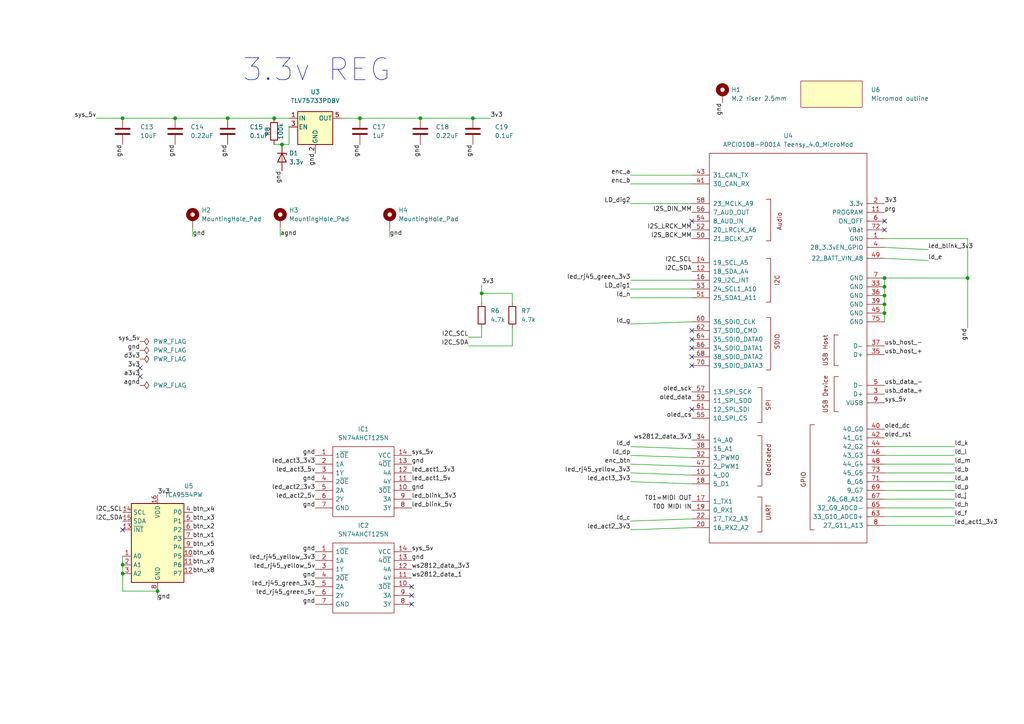
<source format=kicad_sch>
(kicad_sch (version 20211123) (generator eeschema)
  (paper "A4")
  (junction (at -33.02 82.55))
  (junction (at -76.2 153.67))
  (junction (at -30.48 25.4))
  (junction (at 81.788 41.91))
  (junction (at -21.59 90.17))
  (junction (at 104.394 34.29))
  (junction (at -30.48 57.15))
  (junction (at 79.502 34.29))
  (junction (at 139.7 85.09))
  (junction (at 121.92 34.29))
  (junction (at -100.33 25.4))
  (junction (at 35.56 34.29))
  (junction (at 256.54 88.265))
  (junction (at -48.26 25.4))
  (junction (at -86.36 74.93))
  (junction (at -21.59 82.55))
  (junction (at 50.8 34.29))
  (junction (at -93.98 25.4))
  (junction (at 256.54 85.725))
  (junction (at -33.02 74.93))
  (junction (at 35.56 166.37))
  (junction (at 256.54 90.805))
  (junction (at 280.67 80.645))
  (junction (at 137.16 34.29))
  (junction (at -69.85 161.29))
  (junction (at -109.22 156.21))
  (junction (at -109.22 163.83))
  (junction (at -86.36 69.85))
  (junction (at 256.54 83.185))
  (junction (at -25.4 25.4))
  (junction (at -36.83 54.61))
  (junction (at 45.72 171.45))
  (junction (at 35.56 163.83))
  (junction (at 66.04 34.29))
  (junction (at 256.54 80.645))
  (no_connect (at 256.54 64.135))
  (no_connect (at 256.54 66.675))
  (no_connect (at 200.66 64.135))
  (no_connect (at 119.38 170.18))
  (no_connect (at 200.66 106.045))
  (no_connect (at 200.66 103.505))
  (no_connect (at -81.28 156.21))
  (no_connect (at 200.66 100.965))
  (no_connect (at 119.38 172.72))
  (no_connect (at 200.66 95.885))
  (no_connect (at 200.66 118.745))
  (no_connect (at -77.47 62.23))
  (no_connect (at 40.64 106.68))
  (no_connect (at 119.38 175.26))
  (no_connect (at 200.66 98.425))
  (no_connect (at 40.64 109.22))
  (no_connect (at 35.56 153.67))
  (wire (pts (xy 121.92 34.29) (xy 104.394 34.29)))
  (wire (pts (xy -48.26 91.44) (xy -48.26 85.09)))
  (wire (pts (xy -48.26 25.4) (xy -48.26 27.94)))
  (wire (pts (xy 229.87 247.65) (xy 233.68 247.65)))
  (wire (pts (xy 182.88 59.055) (xy 200.66 59.055)))
  (wire (pts (xy -109.22 163.83) (xy -98.425 163.83)))
  (wire (pts (xy -30.48 57.15) (xy -30.48 59.69)))
  (wire (pts (xy 182.88 50.8) (xy 200.66 50.8)))
  (wire (pts (xy 229.87 234.95) (xy 233.68 234.95)))
  (wire (pts (xy -81.28 163.83) (xy -78.74 163.83)))
  (wire (pts (xy -33.02 90.17) (xy -21.59 90.17)))
  (wire (pts (xy 79.502 34.29) (xy 83.82 34.29)))
  (wire (pts (xy -81.28 161.29) (xy -69.85 161.29)))
  (wire (pts (xy 35.56 171.45) (xy 45.72 171.45)))
  (wire (pts (xy 276.86 144.78) (xy 256.54 144.78)))
  (wire (pts (xy 182.88 53.34) (xy 200.66 53.34)))
  (wire (pts (xy 229.87 242.57) (xy 233.68 242.57)))
  (wire (pts (xy 35.56 163.83) (xy 35.56 166.37)))
  (wire (pts (xy 81.28 68.58) (xy 81.28 66.04)))
  (wire (pts (xy -67.31 91.44) (xy -48.26 91.44)))
  (wire (pts (xy 256.54 85.725) (xy 256.54 88.265)))
  (wire (pts (xy 229.87 245.11) (xy 233.68 245.11)))
  (wire (pts (xy 182.88 137.16) (xy 200.66 137.795)))
  (wire (pts (xy 276.86 137.16) (xy 256.54 137.16)))
  (wire (pts (xy 113.03 68.58) (xy 113.03 66.04)))
  (wire (pts (xy -21.59 82.55) (xy -33.02 82.55)))
  (wire (pts (xy -109.22 156.21) (xy -96.52 156.21)))
  (wire (pts (xy 256.54 80.645) (xy 280.67 80.645)))
  (wire (pts (xy -52.07 69.85) (xy -48.26 69.85)))
  (wire (pts (xy 182.88 83.82) (xy 200.66 83.82)))
  (wire (pts (xy -36.83 54.61) (xy -36.83 59.69)))
  (wire (pts (xy -69.85 161.29) (xy -67.945 161.29)))
  (wire (pts (xy -98.425 163.83) (xy -98.425 161.29)))
  (wire (pts (xy -52.07 74.93) (xy -33.02 74.93)))
  (wire (pts (xy 276.86 152.4) (xy 256.54 152.4)))
  (wire (pts (xy -76.2 153.67) (xy -67.31 153.67)))
  (wire (pts (xy 50.8 34.29) (xy 66.04 34.29)))
  (wire (pts (xy -81.28 153.67) (xy -76.2 153.67)))
  (wire (pts (xy 294.64 232.41) (xy 317.5 232.41)))
  (wire (pts (xy 182.88 86.36) (xy 200.66 86.36)))
  (wire (pts (xy 302.26 247.65) (xy 294.64 247.65)))
  (wire (pts (xy -33.02 25.4) (xy -30.48 25.4)))
  (wire (pts (xy 104.394 34.29) (xy 99.06 34.29)))
  (wire (pts (xy 229.87 237.49) (xy 233.68 237.49)))
  (wire (pts (xy 137.16 34.29) (xy 121.92 34.29)))
  (wire (pts (xy 148.59 85.09) (xy 139.7 85.09)))
  (wire (pts (xy 182.88 129.54) (xy 200.66 130.175)))
  (wire (pts (xy 276.86 139.7) (xy 256.54 139.7)))
  (wire (pts (xy 148.59 100.33) (xy 148.59 95.25)))
  (wire (pts (xy -44.45 54.61) (xy -36.83 54.61)))
  (wire (pts (xy -36.83 54.61) (xy -36.83 52.07)))
  (wire (pts (xy -100.33 25.4) (xy -93.98 25.4)))
  (wire (pts (xy -83.82 54.61) (xy -77.47 54.61)))
  (wire (pts (xy -86.36 67.31) (xy -77.47 67.31)))
  (wire (pts (xy 276.86 132.08) (xy 256.54 132.08)))
  (wire (pts (xy 276.86 147.32) (xy 256.54 147.32)))
  (wire (pts (xy -86.36 74.93) (xy -77.47 74.93)))
  (wire (pts (xy -86.36 69.85) (xy -86.36 74.93)))
  (wire (pts (xy 276.86 129.54) (xy 256.54 129.54)))
  (wire (pts (xy 83.82 41.91) (xy 81.788 41.91)))
  (wire (pts (xy 148.59 87.63) (xy 148.59 85.09)))
  (wire (pts (xy 302.26 234.95) (xy 294.64 234.95)))
  (wire (pts (xy 45.72 173.99) (xy 45.72 171.45)))
  (wire (pts (xy -52.07 77.47) (xy -48.26 77.47)))
  (wire (pts (xy 135.89 97.79) (xy 139.7 97.79)))
  (wire (pts (xy 294.64 245.11) (xy 317.5 245.11)))
  (wire (pts (xy 276.86 142.24) (xy 256.54 142.24)))
  (wire (pts (xy 302.26 227.33) (xy 294.64 227.33)))
  (wire (pts (xy -120.65 163.83) (xy -109.22 163.83)))
  (wire (pts (xy 256.54 83.185) (xy 256.54 85.725)))
  (wire (pts (xy -30.48 57.15) (xy -25.4 57.15)))
  (wire (pts (xy 35.56 161.29) (xy 35.56 163.83)))
  (wire (pts (xy -98.425 161.29) (xy -96.52 161.29)))
  (wire (pts (xy 269.24 72.39) (xy 256.54 71.755)))
  (wire (pts (xy 256.54 90.805) (xy 256.54 93.345)))
  (wire (pts (xy -80.01 72.39) (xy -77.47 72.39)))
  (wire (pts (xy 302.26 229.87) (xy 294.64 229.87)))
  (wire (pts (xy 256.54 88.265) (xy 256.54 90.805)))
  (wire (pts (xy 302.26 237.49) (xy 294.64 237.49)))
  (wire (pts (xy 276.86 134.62) (xy 256.54 134.62)))
  (wire (pts (xy -36.83 52.07) (xy -25.4 52.07)))
  (wire (pts (xy -86.36 69.85) (xy -77.47 69.85)))
  (wire (pts (xy 139.7 82.55) (xy 139.7 85.09)))
  (wire (pts (xy 182.88 81.28) (xy 200.66 81.28)))
  (wire (pts (xy 182.88 93.98) (xy 200.66 93.345)))
  (wire (pts (xy -113.03 156.21) (xy -109.22 156.21)))
  (wire (pts (xy 182.88 153.67) (xy 200.66 153.035)))
  (wire (pts (xy -39.37 82.55) (xy -33.02 82.55)))
  (wire (pts (xy -33.02 74.93) (xy -21.59 74.93)))
  (wire (pts (xy 135.89 100.33) (xy 148.59 100.33)))
  (wire (pts (xy 137.16 34.29) (xy 142.24 34.29)))
  (wire (pts (xy -67.31 82.55) (xy -67.31 91.44)))
  (wire (pts (xy -44.45 57.15) (xy -30.48 57.15)))
  (wire (pts (xy 302.26 242.57) (xy 294.64 242.57)))
  (wire (pts (xy -52.07 25.4) (xy -48.26 25.4)))
  (wire (pts (xy 229.87 240.03) (xy 233.68 240.03)))
  (wire (pts (xy 229.87 229.87) (xy 233.68 229.87)))
  (wire (pts (xy 256.54 80.645) (xy 256.54 83.185)))
  (wire (pts (xy 81.788 41.91) (xy 79.502 41.91)))
  (wire (pts (xy -83.82 59.69) (xy -77.47 59.69)))
  (wire (pts (xy -78.74 163.83) (xy -78.74 168.91)))
  (wire (pts (xy -10.16 90.17) (xy -21.59 90.17)))
  (wire (pts (xy 182.88 139.7) (xy 200.66 140.335)))
  (wire (pts (xy 229.87 227.33) (xy 233.68 227.33)))
  (wire (pts (xy 35.56 166.37) (xy 35.56 171.45)))
  (wire (pts (xy 256.54 69.215) (xy 280.67 69.215)))
  (wire (pts (xy 66.04 34.29) (xy 79.502 34.29)))
  (wire (pts (xy -83.82 57.15) (xy -77.47 57.15)))
  (wire (pts (xy -30.48 25.4) (xy -25.4 25.4)))
  (wire (pts (xy -86.36 74.93) (xy -86.36 81.28)))
  (wire (pts (xy 280.67 80.645) (xy 280.67 95.123)))
  (wire (pts (xy 139.7 97.79) (xy 139.7 95.25)))
  (wire (pts (xy 182.88 132.08) (xy 200.66 132.715)))
  (wire (pts (xy -15.24 25.4) (xy -25.4 25.4)))
  (wire (pts (xy 35.56 34.29) (xy 50.8 34.29)))
  (wire (pts (xy 139.7 85.09) (xy 139.7 87.63)))
  (wire (pts (xy 55.88 68.58) (xy 55.88 66.04)))
  (wire (pts (xy -104.14 25.4) (xy -100.33 25.4)))
  (wire (pts (xy 280.67 69.215) (xy 280.67 80.645)))
  (wire (pts (xy 27.94 34.29) (xy 35.56 34.29)))
  (wire (pts (xy 83.82 36.83) (xy 83.82 41.91)))
  (wire (pts (xy 302.26 240.03) (xy 294.64 240.03)))
  (wire (pts (xy 269.24 75.565) (xy 256.54 74.93)))
  (wire (pts (xy 182.88 134.62) (xy 200.66 135.255)))
  (wire (pts (xy 182.88 151.13) (xy 200.66 150.495)))
  (wire (pts (xy -52.07 62.23) (xy -48.26 62.23)))
  (wire (pts (xy -86.36 67.31) (xy -86.36 69.85)))
  (wire (pts (xy 276.86 149.86) (xy 256.54 149.86)))
  (text "power nets:\n- gnd\n- 3v3\n- sys_5v\n- usb_5v\n\n- agnd\n- a3v3" (at -59.69 262.89 0) (effects (font (size 4 4)) (justify left bottom)))
  (text "led+midi" (at 82.55 233.68 0) (effects (font (size 5 5)) (justify left bottom)))
  (text "MAIN TOP\n\nadd test points\ndouble-check" (at -2.54 -10.16 0) (effects (font (size 5 5) (thickness 1) bold) (justify left bottom)))
  (text "oled" (at 6.35 233.68 0) (effects (font (size 5 5)) (justify left bottom)))
  (text "pwr+usb" (at 38.1 233.68 0) (effects (font (size 5 5)) (justify left bottom)))
  (text "ws2812b flow:\n\nteensy3v3 > 125n >_1-> onboard leds >_2>tobottom" (at 62.23 280.67 0) (effects (font (size 1.27 1.27)) (justify left bottom)))
  (text "MIDI IN" (at -111.76 146.05 0) (effects (font (size 5.08 5.08)) (justify left bottom)))
  (text "audio" (at 173.99 229.87 0) (effects (font (size 5 5)) (justify left bottom)))
  (text "to bottom" (at 71.12 219.71 0) (effects (font (size 5 5)) (justify left bottom)))
  (text "MIDI OUT" (at -41.91 153.035 0) (effects (font (size 5.08 5.08)) (justify left bottom)))
  (text "3.3v REG" (at 70.104 24.13 0) (effects (font (size 6.35 6.35)) (justify left bottom)))
  (text "DAC - PCM5102A" (at -109.22 12.7 0) (effects (font (size 6.35 6.35)) (justify left bottom)))
  (text "GND DIN pin is NC" (at -127 171.45 0) (effects (font (size 2 2)) (justify left bottom)))
  (text "buttons" (at 128.27 224.79 0) (effects (font (size 5 5)) (justify left bottom)))
  (label "led_rj45_green_5v" (at 91.44 172.72 180))
  (label "I2S_LRCK_MM" (at -91.44 54.61 180))
  (label "ld_c" (at 182.88 151.13 180))
  (label "led_rj45_yellow_3v3" (at 91.44 162.56 180))
  (label "3v3" (at 256.54 59.055 0))
  (label "ld_f" (at 309.88 227.33 0))
  (label "gnd" (at 11.43 237.49 180))
  (label "ld_g" (at 309.88 229.87 0))
  (label "oled_rst" (at 256.54 127 0))
  (label "enc_btn" (at 138.43 251.46 180))
  (label "gnd" (at 40.64 101.6 180))
  (label "gnd" (at 119.38 142.24 0))
  (label "I2C_SCL" (at 200.66 76.2 180))
  (label "gnd" (at 81.788 49.53 270))
  (label "ld_d" (at 222.25 242.57 180))
  (label "gnd" (at 91.44 132.08 180))
  (label "agnd" (at 176.53 233.68 180))
  (label "midi_out_ring" (at 92.71 262.89 180))
  (label "btn_x1" (at 55.88 156.21 0))
  (label "sys_5v" (at 54.61 241.3 180))
  (label "btn_x3" (at 138.43 236.22 180))
  (label "led_rj45_green_3v3" (at 182.88 81.28 180))
  (label "a3v3" (at 40.64 109.22 180))
  (label "ld_l" (at 276.86 132.08 0))
  (label "gnd" (at 280.67 95.123 270))
  (label "led_act3_3v3" (at 182.88 139.7 180))
  (label "usb_host_+" (at 54.61 254 180))
  (label "led_act1_3v3" (at 276.8263 152.4 0))
  (label "btn_x7" (at 138.43 246.38 180))
  (label "I2C_SDA" (at 135.89 100.33 180))
  (label "gnd" (at -100.33 33.02 270))
  (label "ld_b" (at 309.88 247.65 0))
  (label "sys_5v" (at 119.38 132.08 0))
  (label "gnd" (at -86.36 81.28 270))
  (label "3v3" (at 139.7 82.55 0))
  (label "gnd" (at 91.44 44.45 270))
  (label "btn_x6" (at 55.88 161.29 0))
  (label "led_act1_3v3" (at 119.38 137.16 0))
  (label "ld_k" (at 276.86 129.54 0))
  (label "3v3" (at 11.43 240.03 180))
  (label "d3v3" (at 40.64 104.14 180))
  (label "ld_dp" (at 222.25 245.11 180))
  (label "btn_x5" (at 138.43 241.3 180))
  (label "led_act3_3v3" (at 91.44 134.62 180))
  (label "agnd" (at 81.28 68.58 0))
  (label "led_blink_5v" (at 119.38 147.32 0))
  (label "ld_d" (at 182.88 129.54 180))
  (label "midi_out_tip" (at -33.02 166.37 180))
  (label "ld_j" (at 309.88 237.49 0))
  (label "usb_data_+" (at 256.54 114.3 0))
  (label "usb_host_-" (at 54.61 256.54 180))
  (label "gnd" (at 209.55 29.845 270))
  (label "T01=MIDI OUT" (at 200.66 145.415 180))
  (label "T01=MIDI OUT" (at -25.4 166.37 0))
  (label "gnd" (at 91.44 175.26 180))
  (label "aleft" (at 176.53 236.22 180))
  (label "ld_a" (at 309.88 242.57 0))
  (label "d3v3" (at -52.07 25.4 180))
  (label "led_blink_3v3" (at 269.24 72.39 0))
  (label "prg" (at 54.61 238.76 180))
  (label "ld_b" (at 276.86 137.16 0))
  (label "ld_f" (at 276.86 149.86 0))
  (label "led_act3_5v" (at 92.71 247.65 180))
  (label "midi_in_tip" (at 92.71 260.35 180))
  (label "I2S_LRCK_MM" (at 200.66 66.675 180))
  (label "oled_data" (at 11.43 245.11 180))
  (label "gnd" (at 119.38 134.62 0))
  (label "d3v3" (at -64.77 49.53 90))
  (label "btn_x4" (at 138.43 238.76 180))
  (label "ld_p" (at 276.86 142.24 0))
  (label "d3v3" (at -10.16 90.17 0))
  (label "3v3" (at -104.14 25.4 180))
  (label "prg" (at 256.54 61.595 0))
  (label "3v3" (at -69.85 168.91 270))
  (label "ld_g" (at 182.88 93.98 180))
  (label "agnd" (at -25.4 33.02 270))
  (label "gnd" (at 104.394 41.91 270))
  (label "ld_n" (at 222.25 229.87 180))
  (label "led_blink_3v3" (at 119.38 144.78 0))
  (label "I2S_BCK_MM" (at -91.44 59.69 180))
  (label "btn_x1" (at 138.43 231.14 180))
  (label "a3v3" (at -67.31 49.53 90))
  (label "ld_dp" (at 182.88 132.08 180))
  (label "oled_dc" (at 11.43 250.19 180))
  (label "gnd" (at 92.71 237.49 180))
  (label "enc_btn" (at 182.88 134.62 180))
  (label "sys_5v" (at 256.54 116.84 0))
  (label "agnd" (at -62.23 82.55 270))
  (label "btn_x2" (at 55.88 153.67 0))
  (label "I2C_SDA" (at 200.66 78.74 180))
  (label "ld_m" (at 222.25 234.95 180))
  (label "ws2812_data_3v3" (at 119.38 165.1 0))
  (label "led_act1_5v" (at 119.38 139.7 0))
  (label "btn_x6" (at 138.43 243.84 180))
  (label "ws2812_data_1" (at 92.71 255.27 180))
  (label "gnd" (at 91.44 147.32 180))
  (label "midi_out_ring" (at -33.02 161.29 180))
  (label "d3v3" (at -88.9 25.4 0))
  (label "ld_j" (at 276.86 144.78 0))
  (label "sys_5v" (at 40.64 99.06 180))
  (label "I2S_DIN_MM" (at -91.44 57.15 180))
  (label "a3v3" (at -15.24 25.4 0))
  (label "gnd" (at -93.98 33.02 270))
  (label "3v3" (at -25.4 161.29 0))
  (label "gnd" (at 137.16 41.91 270))
  (label "3v3" (at 45.72 143.51 0))
  (label "I2C_SCL" (at 135.89 97.79 180))
  (label "led_act2_3v3" (at 182.88 153.67 180))
  (label "gnd" (at 35.56 41.91 270))
  (label "gnd" (at 113.03 68.58 0))
  (label "sys_5v" (at 27.94 34.29 180))
  (label "ld_a" (at 276.86 139.7 0))
  (label "ws2812_data_1" (at 119.38 167.64 0))
  (label "ld_m" (at 276.86 134.62 0))
  (label "btn_x8" (at 55.88 166.37 0))
  (label "agnd" (at -36.83 67.31 270))
  (label "midi_in_ring" (at -120.65 156.21 180))
  (label "LD_dig2" (at 182.88 59.055 180))
  (label "agnd" (at 40.64 111.76 180))
  (label "btn_x5" (at 55.88 158.75 0))
  (label "btn_x2" (at 138.43 233.68 180))
  (label "gnd" (at 138.43 228.6 180))
  (label "usb_5v" (at 54.61 251.46 180))
  (label "oled_sck" (at 200.66 113.665 180))
  (label "usb_data_-" (at 54.61 248.92 180))
  (label "agnd" (at -30.48 67.31 270))
  (label "gnd" (at -39.37 82.55 180))
  (label "sys_5v" (at 119.38 160.02 0))
  (label "ld_h" (at 309.88 234.95 0))
  (label "aleft" (at -25.4 52.07 0))
  (label "aright" (at -25.4 57.15 0))
  (label "midi_in_tip" (at -120.65 163.83 180))
  (label "oled_rst" (at 11.43 247.65 180))
  (label "led_rj45_yellow_5v" (at 91.44 165.1 180))
  (label "btn_x8" (at 138.43 248.92 180))
  (label "led_rj45_yellow_3v3" (at 182.88 137.16 180))
  (label "gnd" (at -76.2 158.75 270))
  (label "oled_data" (at 200.66 116.205 180))
  (label "T00 MIDI IN" (at -67.945 161.29 0))
  (label "enc_b" (at 182.88 53.34 180))
  (label "oled_cs" (at 200.66 121.285 180))
  (label "led_act2_5v" (at 91.44 144.78 180))
  (label "ld_h" (at 276.86 147.32 0))
  (label "usb_host_-" (at 256.54 100.33 0))
  (label "led_rj45_yellow_5v" (at 92.71 250.19 180))
  (label "usb_data_-" (at 256.54 111.76 0))
  (label "LD_dig2" (at 325.12 245.11 0))
  (label "gnd" (at 66.04 41.91 270))
  (label "enc_b" (at 138.43 256.54 180))
  (label "led_blink_5v" (at 92.71 240.03 180))
  (label "usb_data_+" (at 54.61 246.38 180))
  (label "3v3" (at 40.64 106.68 180))
  (label "gnd" (at 54.61 236.22 180))
  (label "I2S_BCK_MM" (at 200.66 69.215 180))
  (label "gnd" (at -64.77 82.55 270))
  (label "3v3" (at 142.24 34.29 0))
  (label "midi_out_tip" (at 92.71 265.43 180))
  (label "3v3" (at 54.61 243.84 180))
  (label "ws2812_data_3v3" (at 200.66 127.635 180))
  (label "LD_dig1" (at 182.88 83.82 180))
  (label "oled_cs" (at 11.43 252.73 180))
  (label "gnd" (at 91.44 160.02 180))
  (label "btn_x7" (at 55.88 163.83 0))
  (label "led_rj45_green_3v3" (at 91.44 170.18 180))
  (label "gnd" (at 121.92 41.91 270))
  (label "led_act1_5v" (at 92.71 242.57 180))
  (label "enc_a" (at 138.43 254 180))
  (label "I2C_SCL" (at 35.56 148.59 180))
  (label "T00 MIDI IN" (at 200.66 147.955 180))
  (label "led_rj45_green_5v" (at 92.71 252.73 180))
  (label "led_act2_3v3" (at 91.44 142.24 180))
  (label "ld_k" (at 222.25 240.03 180))
  (label "led_act3_5v" (at 91.44 137.16 180))
  (label "enc_a" (at 182.88 50.8 180))
  (label "LD_dig1" (at 325.12 232.41 0))
  (label "gnd" (at -78.74 168.91 270))
  (label "midi_in_ring" (at 92.71 257.81 180))
  (label "I2S_DIN_MM" (at 200.66 61.595 180))
  (label "gnd" (at 55.88 68.58 0))
  (label "btn_x3" (at 55.88 151.13 0))
  (label "aright" (at 176.53 238.76 180))
  (label "sys_5v" (at -67.31 153.67 0))
  (label "ld_n" (at 182.88 86.36 180))
  (label "oled_sck" (at 11.43 242.57 180))
  (label "d3v3" (at -80.01 72.39 180))
  (label "ld_p" (at 309.88 240.03 0))
  (label "usb_host_+" (at 256.54 102.87 0))
  (label "ld_e" (at 269.24 75.565 0))
  (label "gnd" (at 50.8 41.91 270))
  (label "led_act2_5v" (at 92.71 245.11 180))
  (label "btn_x4" (at 55.88 148.59 0))
  (label "agnd" (at -30.48 33.02 270))
  (label "ld_l" (at 222.25 237.49 180))
  (label "oled_dc" (at 256.54 124.46 0))
  (label "gnd" (at 45.72 173.99 0))
  (label "gnd" (at 91.44 167.64 180))
  (label "gnd" (at 119.38 162.56 0))
  (label "gnd" (at 91.44 139.7 180))
  (label "I2C_SDA" (at 35.56 151.13 180))
  (label "a3v3" (at -62.23 49.53 90))
  (label "ld_c" (at 222.25 247.65 180))
  (label "ld_e" (at 222.25 227.33 180))
  (label "gnd" (at -40.64 35.56 270))
  (symbol (lib_id "Device:R") (at 226.06 229.87 90) (unit 1)
    (property "Reference" "R49" (at 231.14 228.6 90))
    (property "Value" "220" (at 226.06 229.87 90))
    (property "Footprint" "Resistor_SMD:R_0805_2012Metric" (effects hide))
  )
  (symbol (lib_id "Teensy_4.0_MicroMod:Teensy_4.0_MicroMod") (at 228.6 81.915 0) (unit 1)
    (property "Reference" "U4" (at 228.6 39.37 0))
    (property "Value" "APCI0108-P001A Teensy_4.0_MicroMod" (at 228.6 41.91 0))
    (property "Footprint" "clarinoid2:APCI0108-P001A M.2 MicroMod 21992304" (effects hide))
    (property "LCSC part number" "C841659" (effects hide))
    (property "verif" "1" (effects hide))
    (property "LCSC" "C841659" (effects hide))
  )
  (symbol (lib_id "Device:C") (at 35.56 38.1 0) (unit 1)
    (property "Reference" "C13" (at 40.64 36.8299 0) (effects (justify left)))
    (property "Value" "10uF" (at 40.64 39.3699 0) (effects (justify left)))
    (property "Footprint" "Capacitor_SMD:C_0805_2012Metric" (effects hide))
    (property "LCSC part number" "C15850" (effects hide))
    (property "verif" "1" (effects hide))
    (property "LCSC" "C15850" (effects hide))
  )
  (symbol (lib_id "Device:R") (at -29.21 166.37 90) (unit 1)
    (property "Reference" "R13" (at -29.21 160.655 90))
    (property "Value" "47R" (at -29.21 163.195 90))
    (property "Footprint" "Resistor_SMD:R_1206_3216Metric" (effects hide))
    (property "LCSC part number" "C17969" (effects hide))
    (property "verif" "1" (effects hide))
    (property "LCSC" "C17969" (effects hide))
  )
  (symbol (lib_id "Device:C") (at 121.92 38.1 0) (unit 1)
    (property "Reference" "C18" (at 126.365 36.8299 0) (effects (justify left)))
    (property "Value" "0.22uF" (at 126.365 39.3699 0) (effects (justify left)))
    (property "Footprint" "Capacitor_SMD:C_0805_2012Metric" (effects hide))
    (property "LCSC part number" "C5378" (effects hide))
    (property "verif" "1" (effects hide))
    (property "LCSC" "C5378" (effects hide))
  )
  (symbol (lib_id "Device:R") (at 306.07 234.95 90) (unit 1)
    (property "Reference" "R59" (at 300.99 233.68 90))
    (property "Value" "220" (at 306.07 234.95 90))
    (property "Footprint" "Resistor_SMD:R_0805_2012Metric" (effects hide))
  )
  (symbol (lib_id "Device:R") (at 226.06 242.57 90) (unit 1)
    (property "Reference" "R53" (at 231.14 241.3 90))
    (property "Value" "220" (at 226.06 242.57 90))
    (property "Footprint" "Resistor_SMD:R_0805_2012Metric" (effects hide))
  )
  (symbol (lib_id "Device:R") (at -48.26 54.61 90) (unit 1)
    (property "Reference" "R4" (at -44.45 53.34 90))
    (property "Value" "470R" (at -48.26 54.61 90))
    (property "Footprint" "Resistor_SMD:R_1206_3216Metric" (effects hide))
    (property "LCSC part number" "C4502" (effects hide))
    (property "verif" "1" (effects hide))
    (property "LCSC" "C4502" (effects hide))
  )
  (symbol (lib_id "Device:C") (at -25.4 29.21 0) (unit 1)
    (property "Reference" "C12" (at -20.32 27.9399 0) (effects (justify left)))
    (property "Value" "0.1uF" (at -20.32 30.4799 0) (effects (justify left)))
    (property "Footprint" "Capacitor_SMD:C_0805_2012Metric" (effects hide))
    (property "LCSC part number" "C49678" (effects hide))
    (property "verif" "1" (effects hide))
    (property "LCSC" "C49678" (effects hide))
  )
  (symbol (lib_id "Device:R") (at 306.07 240.03 90) (unit 1)
    (property "Reference" "R61" (at 300.99 238.76 90))
    (property "Value" "220" (at 306.07 240.03 90))
    (property "Footprint" "Resistor_SMD:R_0805_2012Metric" (effects hide))
  )
  (symbol (lib_id "Device:R") (at 306.07 227.33 270) (mirror x) (unit 1)
    (property "Reference" "R47" (at 311.15 226.06 90))
    (property "Value" "220" (at 306.07 227.33 90))
    (property "Footprint" "Resistor_SMD:R_0805_2012Metric" (effects hide))
  )
  (symbol (lib_id "Mechanical:MountingHole_Pad") (at 209.55 27.305 0) (unit 1)
    (property "Reference" "H1" (at 212.09 26.0349 0) (effects (justify left)))
    (property "Value" "M.2 riser 2.5mm" (at 212.09 28.5749 0) (effects (justify left)))
    (property "Footprint" "clarinoid2:Sinhoo SMTSO2530CTJ" (effects hide))
    (property "LCSC part number" "C2915630" (effects hide))
    (property "verif" "1" (effects hide))
    (property "LCSC" "C2915630" (effects hide))
  )
  (symbol (lib_id "Device:C") (at 66.04 38.1 0) (unit 1)
    (property "Reference" "C15" (at 72.39 36.8299 0) (effects (justify left)))
    (property "Value" "0.1uF" (at 72.39 39.3699 0) (effects (justify left)))
    (property "Footprint" "Capacitor_SMD:C_0805_2012Metric" (effects hide))
    (property "LCSC part number" "C49678" (effects hide))
    (property "verif" "1" (effects hide))
    (property "LCSC" "C49678" (effects hide))
  )
  (symbol (lib_id "Device:R") (at 148.59 91.44 180) (unit 1)
    (property "Reference" "R7" (at 151.13 90.1699 0) (effects (justify right)))
    (property "Value" "4.7k" (at 151.13 92.7099 0) (effects (justify right)))
    (property "Footprint" "Resistor_SMD:R_1206_3216Metric" (effects hide))
    (property "LCSC part number" "C17936" (effects hide))
    (property "verif" "1" (effects hide))
    (property "LCSC" "C17936" (effects hide))
  )
  (symbol (lib_id "Connector_Generic:Conn_01x12") (at 143.51 241.3 0) (unit 1)
    (property "Reference" "J4" (at 146.05 241.2999 0) (effects (justify left)))
    (property "Value" "Conn_01x12" (at 146.05 243.8399 0) (effects (justify left)))
    (property "Footprint" "Connector_PinHeader_2.54mm:PinHeader_1x12_P2.54mm_Vertical" (effects hide))
  )
  (symbol (lib_id "Device:C") (at -36.83 63.5 0) (unit 1)
    (property "Reference" "C5" (at -31.75 62.2299 0) (effects (justify left)))
    (property "Value" "2.2uF" (at -31.75 64.7699 0) (effects (justify left)))
    (property "Footprint" "Capacitor_SMD:C_0805_2012Metric" (effects hide))
    (property "LCSC part number" "C49217" (effects hide))
    (property "verif" "1" (effects hide))
    (property "LCSC" "C49217" (effects hide))
  )
  (symbol (lib_id "Connector_Generic:Conn_01x09") (at 59.69 246.38 0) (unit 1)
    (property "Reference" "J2" (at 62.23 245.1099 0) (effects (justify left)))
    (property "Value" "Conn_01x09" (at 62.23 247.6499 0) (effects (justify left)))
    (property "Footprint" "Connector_PinHeader_2.54mm:PinHeader_1x09_P2.54mm_Vertical" (effects hide))
  )
  (symbol (lib_id "Isolator:6N138") (at -88.9 158.75 0) (unit 1)
    (property "Reference" "U7" (at -88.9 146.685 0))
    (property "Value" "6N138" (at -88.9 149.225 0))
    (property "Footprint" "Package_DIP:DIP-8_W7.62mm" (effects hide))
    (property "Datasheet" "http://www.onsemi.com/pub/Collateral/HCPL2731-D.pdf" (effects hide))
    (property "LCSC part number" "C571211" (effects hide))
    (property "verif" "1" (effects hide))
    (property "LCSC" "C571211" (effects hide))
  )
  (symbol (lib_id "Device:C") (at -21.59 78.74 0) (unit 1)
    (property "Reference" "C9" (at -16.51 77.4699 0) (effects (justify left)))
    (property "Value" "0.1uF" (at -16.51 80.0099 0) (effects (justify left)))
    (property "Footprint" "Capacitor_SMD:C_0805_2012Metric" (effects hide))
    (property "LCSC part number" "C49678" (effects hide))
    (property "verif" "1" (effects hide))
    (property "LCSC" "C49678" (effects hide))
  )
  (symbol (lib_id "Interface_Expansion:TCA9554PW") (at 45.72 156.21 0) (unit 1)
    (property "Reference" "U5" (at 53.34 140.97 0) (effects (justify left)))
    (property "Value" "TCA9554PW" (at 47.7394 143.51 0) (effects (justify left)))
    (property "Footprint" "Package_SO:TSSOP-16_4.4x5mm_P0.65mm" (effects hide))
    (property "Datasheet" "http://www.ti.com/lit/ds/symlink/tca9554.pdf" (effects hide))
  )
  (symbol (lib_id "Device:R") (at 226.06 237.49 90) (unit 1)
    (property "Reference" "R51" (at 231.14 236.22 90))
    (property "Value" "220" (at 226.06 237.49 90))
    (property "Footprint" "Resistor_SMD:R_0805_2012Metric" (effects hide))
  )
  (symbol (lib_id "Device:R") (at 306.07 242.57 90) (unit 1)
    (property "Reference" "R62" (at 300.99 241.3 90))
    (property "Value" "220" (at 306.07 242.57 90))
    (property "Footprint" "Resistor_SMD:R_0805_2012Metric" (effects hide))
  )
  (symbol (lib_id "Device:C") (at -100.33 29.21 0) (unit 1)
    (property "Reference" "C1" (at -95.885 27.9399 0) (effects (justify left)))
    (property "Value" "10uF" (at -95.885 30.4799 0) (effects (justify left)))
    (property "Footprint" "Capacitor_SMD:C_0805_2012Metric" (effects hide))
    (property "LCSC part number" "C15850" (effects hide))
    (property "verif" "1" (effects hide))
    (property "LCSC" "C15850" (effects hide))
  )
  (symbol (lib_id "Device:C") (at -48.26 81.28 0) (unit 1)
    (property "Reference" "C4" (at -48.26 83.82 0) (effects (justify left)))
    (property "Value" "2.2uF" (at -48.26 86.36 0) (effects (justify left)))
    (property "Footprint" "Capacitor_SMD:C_0805_2012Metric" (effects hide))
    (property "LCSC part number" "C49217" (effects hide))
    (property "verif" "1" (effects hide))
    (property "LCSC" "C49217" (effects hide))
  )
  (symbol (lib_id "Device:R") (at 79.502 38.1 180) (unit 1)
    (property "Reference" "R8" (at 77.597 38.1 90))
    (property "Value" "100k" (at 81.407 38.1 90))
    (property "Footprint" "Resistor_SMD:R_1206_3216Metric" (effects hide))
    (property "LCSC part number" "C17900" (effects hide))
    (property "verif" "1" (effects hide))
    (property "LCSC" "C17900" (effects hide))
  )
  (symbol (lib_id "Device:R") (at 226.06 234.95 90) (unit 1)
    (property "Reference" "R50" (at 231.14 233.68 90))
    (property "Value" "220" (at 226.06 234.95 90))
    (property "Footprint" "Resistor_SMD:R_0805_2012Metric" (effects hide))
  )
  (symbol (lib_id "Device:C") (at -33.02 78.74 0) (unit 1)
    (property "Reference" "C6" (at -28.575 77.4699 0) (effects (justify left)))
    (property "Value" "10uF" (at -28.575 80.0099 0) (effects (justify left)))
    (property "Footprint" "Capacitor_SMD:C_0805_2012Metric" (effects hide))
    (property "LCSC part number" "C15850" (effects hide))
    (property "verif" "1" (effects hide))
    (property "LCSC" "C15850" (effects hide))
  )
  (symbol (lib_id "Device:C") (at 104.394 38.1 0) (unit 1)
    (property "Reference" "C17" (at 107.95 36.8299 0) (effects (justify left)))
    (property "Value" "1uF" (at 107.95 39.3699 0) (effects (justify left)))
    (property "Footprint" "Capacitor_SMD:C_0805_2012Metric" (effects hide))
    (property "LCSC part number" "C28323" (effects hide))
    (property "verif" "1" (effects hide))
    (property "LCSC" "C28323" (effects hide))
  )
  (symbol (lib_id "Device:C") (at -33.02 86.36 0) (unit 1)
    (property "Reference" "C7" (at -28.575 85.0899 0) (effects (justify left)))
    (property "Value" "10uF" (at -28.575 87.6299 0) (effects (justify left)))
    (property "Footprint" "Capacitor_SMD:C_0805_2012Metric" (effects hide))
    (property "LCSC part number" "C15850" (effects hide))
    (property "verif" "1" (effects hide))
    (property "LCSC" "C15850" (effects hide))
  )
  (symbol (lib_id "Device:R") (at -69.85 165.1 180) (unit 1)
    (property "Reference" "R11" (at -68.58 164.465 0) (effects (justify right)))
    (property "Value" "470R" (at -69.85 167.005 90) (effects (justify right)))
    (property "Footprint" "Resistor_SMD:R_1206_3216Metric" (effects hide))
    (property "LCSC part number" "C4502" (effects hide))
    (property "verif" "1" (effects hide))
    (property "LCSC" "C4502" (effects hide))
  )
  (symbol (lib_id "Device:R") (at 226.06 247.65 90) (unit 1)
    (property "Reference" "R57" (at 231.14 246.38 90))
    (property "Value" "220" (at 226.06 247.65 90))
    (property "Footprint" "Resistor_SMD:R_0805_2012Metric" (effects hide))
  )
  (symbol (lib_id "power:PWR_FLAG") (at 40.64 111.76 270) (unit 1)
    (property "Reference" "#FLG0109" (effects hide))
    (property "Value" "PWR_FLAG" (at 44.45 111.7599 90) (effects (justify left)))
  )
  (symbol (lib_id "Device:R") (at 226.06 240.03 90) (unit 1)
    (property "Reference" "R52" (at 231.14 238.76 90))
    (property "Value" "220" (at 226.06 240.03 90))
    (property "Footprint" "Resistor_SMD:R_0805_2012Metric" (effects hide))
  )
  (symbol (lib_id "Device:D_Zener") (at 81.788 45.72 270) (unit 1)
    (property "Reference" "D1" (at 83.82 44.4499 90) (effects (justify left)))
    (property "Value" "3.3v" (at 83.82 46.9899 90) (effects (justify left)))
    (property "Footprint" "Diode_SMD:D_MiniMELF" (effects hide))
    (property "LCSC part number" "C393436" (effects hide))
    (property "verif" "1" (effects hide))
    (property "LCSC" "C393436" (effects hide))
  )
  (symbol (lib_id "Connector_Generic:Conn_01x07") (at 16.51 245.11 0) (unit 1)
    (property "Reference" "J1" (at 19.05 243.8399 0) (effects (justify left)))
    (property "Value" "Conn_01x07" (at 19.05 246.3799 0) (effects (justify left)))
    (property "Footprint" "Connector_PinHeader_2.54mm:PinHeader_1x07_P2.54mm_Vertical" (effects hide))
  )
  (symbol (lib_id "Device:R") (at 226.06 227.33 90) (unit 1)
    (property "Reference" "R48" (at 231.14 226.06 90))
    (property "Value" "220" (at 226.06 227.33 90))
    (property "Footprint" "Resistor_SMD:R_0805_2012Metric" (effects hide))
  )
  (symbol (lib_id "Device:R") (at -116.84 156.21 90) (unit 1)
    (property "Reference" "R10" (at -116.84 150.495 90))
    (property "Value" "220R" (at -116.84 153.035 90))
    (property "Footprint" "Resistor_SMD:R_1206_3216Metric" (effects hide))
    (property "LCSC part number" "C17957" (effects hide))
    (property "verif" "1" (effects hide))
    (property "LCSC" "C17957" (effects hide))
  )
  (symbol (lib_id "power:PWR_FLAG") (at 40.64 101.6 270) (unit 1)
    (property "Reference" "#FLG0101" (effects hide))
    (property "Value" "PWR_FLAG" (at 44.45 101.5999 90) (effects (justify left)))
  )
  (symbol (lib_id "Device:C") (at 50.8 38.1 0) (unit 1)
    (property "Reference" "C14" (at 55.245 36.8299 0) (effects (justify left)))
    (property "Value" "0.22uF" (at 55.245 39.3699 0) (effects (justify left)))
    (property "Footprint" "Capacitor_SMD:C_0805_2012Metric" (effects hide))
    (property "LCSC part number" "C5378" (effects hide))
    (property "verif" "1" (effects hide))
    (property "LCSC" "C5378" (effects hide))
  )
  (symbol (lib_id "Device:C") (at -93.98 29.21 0) (unit 1)
    (property "Reference" "C2" (at -88.9 27.9399 0) (effects (justify left)))
    (property "Value" "0.1uF" (at -88.9 30.4799 0) (effects (justify left)))
    (property "Footprint" "Capacitor_SMD:C_0805_2012Metric" (effects hide))
    (property "LCSC part number" "C49678" (effects hide))
    (property "verif" "1" (effects hide))
    (property "LCSC" "C49678" (effects hide))
  )
  (symbol (lib_id "Device:R") (at -87.63 59.69 90) (unit 1)
    (property "Reference" "R3" (at -82.55 58.42 90))
    (property "Value" "22R" (at -87.63 59.69 90))
    (property "Footprint" "Resistor_SMD:R_1206_3216Metric" (effects hide))
    (property "LCSC part number" "C17958" (effects hide))
    (property "verif" "1" (effects hide))
    (property "LCSC" "C17958" (effects hide))
  )
  (symbol (lib_id "power:PWR_FLAG") (at 40.64 99.06 270) (unit 1)
    (property "Reference" "#FLG01" (effects hide))
    (property "Value" "PWR_FLAG" (at 44.45 99.0599 90) (effects (justify left)))
  )
  (symbol (lib_id "Device:R") (at 306.07 247.65 90) (unit 1)
    (property "Reference" "R63" (at 300.99 246.38 90))
    (property "Value" "220" (at 306.07 247.65 90))
    (property "Footprint" "Resistor_SMD:R_0805_2012Metric" (effects hide))
  )
  (symbol (lib_id "Device:C") (at -48.26 66.04 0) (unit 1)
    (property "Reference" "C3" (at -43.18 64.7699 0) (effects (justify left)))
    (property "Value" "2.2uF" (at -43.18 67.3099 0) (effects (justify left)))
    (property "Footprint" "Capacitor_SMD:C_0805_2012Metric" (effects hide))
    (property "LCSC part number" "C49217" (effects hide))
    (property "verif" "1" (effects hide))
    (property "LCSC" "C49217" (effects hide))
  )
  (symbol (lib_id "Device:R") (at 226.06 245.11 90) (unit 1)
    (property "Reference" "R54" (at 231.14 243.84 90))
    (property "Value" "220" (at 226.06 245.11 90))
    (property "Footprint" "Resistor_SMD:R_0805_2012Metric" (effects hide))
  )
  (symbol (lib_id "Device:R") (at 306.07 237.49 90) (unit 1)
    (property "Reference" "R60" (at 300.99 236.22 90))
    (property "Value" "220" (at 306.07 237.49 90))
    (property "Footprint" "Resistor_SMD:R_0805_2012Metric" (effects hide))
  )
  (symbol (lib_id "Device:R") (at -87.63 57.15 90) (unit 1)
    (property "Reference" "R2" (at -82.55 55.88 90))
    (property "Value" "22R" (at -87.63 57.15 90))
    (property "Footprint" "Resistor_SMD:R_1206_3216Metric" (effects hide))
    (property "LCSC part number" "C17958" (effects hide))
    (property "verif" "1" (effects hide))
    (property "LCSC" "C17958" (effects hide))
  )
  (symbol (lib_id "Device:NetTie_2") (at -91.44 25.4 0) (unit 1) (in_bom no)
    (property "Reference" "NT1" (at -91.44 20.955 0))
    (property "Value" "NetTie_2" (at -91.44 22.225 0))
    (property "Footprint" "NetTie:NetTie-2_SMD_Pad0.5mm" (effects hide))
    (property "verif" "1" (effects hide))
  )
  (symbol (lib_id "Connector_Generic:Conn_01x03") (at 181.61 236.22 0) (unit 1)
    (property "Reference" "J5" (at 184.15 234.9499 0) (effects (justify left)))
    (property "Value" "Conn_01x03" (at 184.15 237.4899 0) (effects (justify left)))
    (property "Footprint" "Connector_PinHeader_2.54mm:PinHeader_1x03_P2.54mm_Vertical" (effects hide))
  )
  (symbol (lib_id "Device:C_Small") (at -76.2 156.21 0) (unit 1)
    (property "Reference" "C20" (at -73.025 154.5081 0) (effects (justify left)))
    (property "Value" "0.1uF" (at -73.025 157.0481 0) (effects (justify left)))
    (property "Footprint" "Capacitor_SMD:C_1206_3216Metric" (effects hide))
    (property "LCSC part number" "C49678" (effects hide))
    (property "verif" "1" (effects hide))
    (property "LCSC" "C49678" (effects hide))
  )
  (symbol (lib_id "Regulator_Linear:TLV75733PDBV") (at 91.44 36.83 0) (unit 1)
    (property "Reference" "U3" (at 91.44 26.67 0))
    (property "Value" "TLV75733PDBV" (at 91.44 29.21 0))
    (property "Footprint" "Package_TO_SOT_SMD:SOT-23-5" (effects hide))
    (property "Datasheet" "https://www.ti.com/lit/ds/symlink/tlv757p.pdf" (effects hide))
    (property "LCSC part number" "C485517" (effects hide))
    (property "verif" "1" (effects hide))
    (property "LCSC" "C485517" (effects hide))
  )
  (symbol (lib_id "Regulator_Linear:TLV75533PDBV") (at -40.64 27.94 0) (unit 1)
    (property "Reference" "U2" (at -40.64 19.685 0))
    (property "Value" "TLV75733PDBV" (at -40.64 22.225 0))
    (property "Footprint" "Package_TO_SOT_SMD:SOT-23-5" (effects hide))
    (property "Datasheet" "http://www.ti.com/lit/ds/symlink/tlv755p.pdf" (effects hide))
    (property "LCSC part number" "C485517" (effects hide))
    (property "verif" "1" (effects hide))
    (property "LCSC" "C485517" (effects hide))
  )
  (symbol (lib_id "Device:R") (at -29.21 161.29 90) (unit 1)
    (property "Reference" "R12" (at -29.21 155.575 90))
    (property "Value" "47R" (at -29.21 158.115 90))
    (property "Footprint" "Resistor_SMD:R_1206_3216Metric" (effects hide))
    (property "LCSC part number" "C17969" (effects hide))
    (property "verif" "1" (effects hide))
    (property "LCSC" "C17969" (effects hide))
  )
  (symbol (lib_id "Device:C") (at -30.48 29.21 0) (unit 1)
    (property "Reference" "C11" (at -26.035 27.9399 0) (effects (justify left)))
    (property "Value" "10uF" (at -26.035 30.4799 0) (effects (justify left)))
    (property "Footprint" "Capacitor_SMD:C_0805_2012Metric" (effects hide))
    (property "LCSC part number" "C15850" (effects hide))
    (property "verif" "1" (effects hide))
    (property "LCSC" "C15850" (effects hide))
  )
  (symbol (lib_id "Device:C") (at 137.16 38.1 0) (unit 1)
    (property "Reference" "C19" (at 143.51 36.8299 0) (effects (justify left)))
    (property "Value" "0.1uF" (at 143.51 39.3699 0) (effects (justify left)))
    (property "Footprint" "Capacitor_SMD:C_0805_2012Metric" (effects hide))
    (property "LCSC part number" "C49678" (effects hide))
    (property "verif" "1" (effects hide))
    (property "LCSC" "C49678" (effects hide))
  )
  (symbol (lib_id "Mechanical:MountingHole_Pad") (at 81.28 63.5 0) (unit 1) (in_bom no)
    (property "Reference" "H3" (at 83.82 60.9599 0) (effects (justify left)))
    (property "Value" "MountingHole_Pad" (at 83.82 63.4999 0) (effects (justify left)))
    (property "Footprint" "MountingHole:MountingHole_3.2mm_M3_Pad_Via" (effects hide))
  )
  (symbol (lib_id "Device:R") (at -87.63 54.61 90) (unit 1)
    (property "Reference" "R1" (at -82.55 53.34 90))
    (property "Value" "22R" (at -87.63 54.61 90))
    (property "Footprint" "Resistor_SMD:R_1206_3216Metric" (effects hide))
    (property "LCSC part number" "C17958" (effects hide))
    (property "verif" "1" (effects hide))
    (property "LCSC" "C17958" (effects hide))
  )
  (symbol (lib_id "Mechanical:MountingHole_Pad") (at 113.03 63.5 0) (unit 1) (in_bom no)
    (property "Reference" "H4" (at 115.57 60.9599 0) (effects (justify left)))
    (property "Value" "MountingHole_Pad" (at 115.57 63.4999 0) (effects (justify left)))
    (property "Footprint" "MountingHole:MountingHole_3.2mm_M3_Pad_Via" (effects hide))
  )
  (symbol (lib_id "Device:R") (at 321.31 232.41 90) (unit 1) (in_bom no)
    (property "Reference" "R55" (at 321.31 226.06 90))
    (property "Value" "R" (at 321.31 228.6 90))
    (property "Footprint" "Resistor_THT:R_Axial_DIN0207_L6.3mm_D2.5mm_P10.16mm_Horizontal" (effects hide))
  )
  (symbol (lib_id "Device:D") (at -109.22 160.02 270) (unit 1)
    (property "Reference" "D2" (at -106.045 158.7499 90) (effects (justify left)))
    (property "Value" "1N4148WS" (at -106.045 161.2899 90) (effects (justify left)))
    (property "Footprint" "Diode_SMD:D_SOD-323" (effects hide))
    (property "LCSC part number" "C2128" (effects hide))
    (property "verif" "1" (effects hide))
    (property "LCSC" "C2128" (effects hide))
  )
  (symbol (lib_id "Device:R") (at 139.7 91.44 180) (unit 1)
    (property "Reference" "R6" (at 142.24 90.1699 0) (effects (justify right)))
    (property "Value" "4.7k" (at 142.24 92.7099 0) (effects (justify right)))
    (property "Footprint" "Resistor_SMD:R_1206_3216Metric" (effects hide))
    (property "LCSC part number" "C17936" (effects hide))
    (property "verif" "1" (effects hide))
    (property "LCSC" "C17936" (effects hide))
  )
  (symbol (lib_id "Device:R") (at 306.07 229.87 90) (unit 1)
    (property "Reference" "R58" (at 300.99 228.6 90))
    (property "Value" "220" (at 306.07 229.87 90))
    (property "Footprint" "Resistor_SMD:R_0805_2012Metric" (effects hide))
  )
  (symbol (lib_id "SamacSys_Parts:PDC54-11GWA") (at 233.68 227.33 0) (unit 1)
    (property "Reference" "DS1" (at 264.16 219.71 0))
    (property "Value" "PDC54-11GWA" (at 264.16 222.25 0))
    (property "Footprint" "SamacSys_Parts:DIPS1524W75P254L2520H805Q18N" (effects hide))
    (property "Description" "DISPLAY, ALPHANUM., 0.54\" GREEN CATH; LED Color:Green; Forward Current If:20mA; Luminous Intensity:6.9mcd; No. of Digits / Alpha:2; Character Size:13.8mm; Supply Voltage:2.2V; Display Area Width:25.2mm; Character Format:14 Segment RoHS Compliant: Yes" (effects hide))
    (property "Height" "8.05" (effects hide))
    (property "Mouser Part Number" "604-PDC54-11GWA" (effects hide))
    (property "Mouser Price/Stock" "https://www.mouser.co.uk/ProductDetail/Kingbright/PDC54-11GWA?qs=oCgOJbGQ3O%2FPlZNPZrbTCw%3D%3D" (effects hide))
    (property "Manufacturer_Name" "Kingbright" (effects hide))
    (property "Manufacturer_Part_Number" "PDC54-11GWA" (effects hide))
  )
  (symbol (lib_id "power:PWR_FLAG") (at 40.64 104.14 270) (unit 1)
    (property "Reference" "#FLG0102" (effects hide))
    (property "Value" "PWR_FLAG" (at 44.45 104.1399 90) (effects (justify left)))
  )
  (symbol (lib_id "clarinoid2:PCM5102") (at -64.77 64.77 0) (unit 1)
    (property "Reference" "U1" (at -60.2106 46.99 0) (effects (justify left)))
    (property "Value" "PCM5102A" (at -60.2106 49.53 0) (effects (justify left)))
    (property "Footprint" "Package_SO:TSSOP-20_4.4x6.5mm_P0.65mm" (effects hide))
    (property "Datasheet" "http://www.ti.com/lit/ds/symlink/pcm5102.pdf" (effects hide))
    (property "LCSC part number" "C107671" (effects hide))
    (property "verif" "1" (effects hide))
    (property "LCSC" "C107671" (effects hide))
  )
  (symbol (lib_id "Device:C") (at -21.59 86.36 0) (unit 1)
    (property "Reference" "C10" (at -16.51 85.0899 0) (effects (justify left)))
    (property "Value" "0.1uF" (at -16.51 87.6299 0) (effects (justify left)))
    (property "Footprint" "Capacitor_SMD:C_0805_2012Metric" (effects hide))
    (property "LCSC part number" "C49678" (effects hide))
    (property "verif" "1" (effects hide))
    (property "LCSC" "C49678" (effects hide))
  )
  (symbol (lib_id "Device:C") (at -30.48 63.5 0) (unit 1)
    (property "Reference" "C8" (at -25.4 62.2299 0) (effects (justify left)))
    (property "Value" "2.2uF" (at -25.4 64.7699 0) (effects (justify left)))
    (property "Footprint" "Capacitor_SMD:C_0805_2012Metric" (effects hide))
    (property "LCSC part number" "C49217" (effects hide))
    (property "verif" "1" (effects hide))
    (property "LCSC" "C49217" (effects hide))
  )
  (symbol (lib_id "Device:R") (at 321.31 245.11 90) (unit 1) (in_bom no)
    (property "Reference" "R56" (at 321.31 238.76 90))
    (property "Value" "R" (at 321.31 241.3 90))
    (property "Footprint" "Resistor_THT:R_Axial_DIN0207_L6.3mm_D2.5mm_P10.16mm_Horizontal" (effects hide))
  )
  (symbol (lib_id "SamacSys_Parts:SN74AHCT125N") (at 91.44 132.08 0) (unit 1) (in_bom no)
    (property "Reference" "IC1" (at 105.41 124.46 0))
    (property "Value" "SN74AHCT125N" (at 105.41 127 0))
    (property "Footprint" "SamacSys_Parts:DIP794W53P254L1930H508Q14N" (effects hide))
    (property "Datasheet" "http://www.ti.com/lit/gpn/sn74ahct125" (effects hide))
    (property "Description" "Quadruple Bus Buffer Gates With 3-State Outputs" (effects hide))
    (property "Height" "5.08" (effects hide))
    (property "Mouser Part Number" "595-SN74AHCT125N" (effects hide))
    (property "Mouser Price/Stock" "https://www.mouser.co.uk/ProductDetail/Texas-Instruments/SN74AHCT125N?qs=1wQRf3HkBjyxwrHMwAiMfw%3D%3D" (effects hide))
    (property "Manufacturer_Name" "Texas Instruments" (effects hide))
    (property "Manufacturer_Part_Number" "SN74AHCT125N" (effects hide))
  )
  (symbol (lib_id "SamacSys_Parts:SN74AHCT125N") (at 91.44 160.02 0) (unit 1) (in_bom no)
    (property "Reference" "IC2" (at 105.41 152.4 0))
    (property "Value" "SN74AHCT125N" (at 105.41 154.94 0))
    (property "Footprint" "SamacSys_Parts:DIP794W53P254L1930H508Q14N" (effects hide))
    (property "Datasheet" "http://www.ti.com/lit/gpn/sn74ahct125" (effects hide))
    (property "Description" "Quadruple Bus Buffer Gates With 3-State Outputs" (effects hide))
    (property "Height" "5.08" (effects hide))
    (property "Mouser Part Number" "595-SN74AHCT125N" (effects hide))
    (property "Mouser Price/Stock" "https://www.mouser.co.uk/ProductDetail/Texas-Instruments/SN74AHCT125N?qs=1wQRf3HkBjyxwrHMwAiMfw%3D%3D" (effects hide))
    (property "Manufacturer_Name" "Texas Instruments" (effects hide))
    (property "Manufacturer_Part_Number" "SN74AHCT125N" (effects hide))
  )
  (symbol (lib_id "Connector_Generic:Conn_01x12") (at 97.79 250.19 0) (unit 1)
    (property "Reference" "J3" (at 100.33 250.1899 0) (effects (justify left)))
    (property "Value" "Conn_01x12" (at 100.33 252.7299 0) (effects (justify left)))
    (property "Footprint" "Connector_PinHeader_2.54mm:PinHeader_1x12_P2.54mm_Vertical" (effects hide))
  )
  (symbol (lib_id "clarinoid2:Placeholder") (at 241.173 26.035 0) (unit 1) (in_bom no)
    (property "Reference" "U6" (at 252.603 26.0349 0) (effects (justify left)))
    (property "Value" "Micromod outline" (at 252.603 28.5749 0) (effects (justify left)))
    (property "Footprint" "clarinoid2:Teensy_4.0_MicroMod outline fab" (effects hide))
    (property "verif" "1" (effects hide))
  )
  (symbol (lib_id "Mechanical:MountingHole_Pad") (at 55.88 63.5 0) (unit 1) (in_bom no)
    (property "Reference" "H2" (at 58.42 60.9599 0) (effects (justify left)))
    (property "Value" "MountingHole_Pad" (at 58.42 63.4999 0) (effects (justify left)))
    (property "Footprint" "MountingHole:MountingHole_3.2mm_M3_Pad_Via" (effects hide))
  )
  (symbol (lib_id "Device:R") (at -48.26 57.15 90) (unit 1)
    (property "Reference" "R5" (at -44.45 58.42 90))
    (property "Value" "470R" (at -48.26 57.15 90))
    (property "Footprint" "Resistor_SMD:R_1206_3216Metric" (effects hide))
    (property "LCSC part number" "C4502" (effects hide))
    (property "verif" "1" (effects hide))
    (property "LCSC" "C4502" (effects hide))
  )
)
</source>
